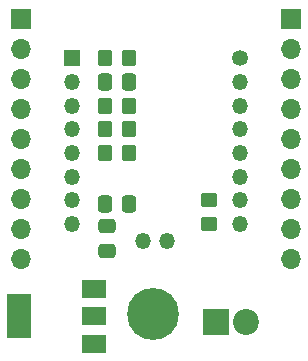
<source format=gts>
G04 #@! TF.GenerationSoftware,KiCad,Pcbnew,(6.0.2)*
G04 #@! TF.CreationDate,2022-09-29T23:54:57+02:00*
G04 #@! TF.ProjectId,ESPBreakoutBoard-Min-Cutout,45535042-7265-4616-9b6f-7574426f6172,rev?*
G04 #@! TF.SameCoordinates,Original*
G04 #@! TF.FileFunction,Soldermask,Top*
G04 #@! TF.FilePolarity,Negative*
%FSLAX46Y46*%
G04 Gerber Fmt 4.6, Leading zero omitted, Abs format (unit mm)*
G04 Created by KiCad (PCBNEW (6.0.2)) date 2022-09-29 23:54:57*
%MOMM*%
%LPD*%
G01*
G04 APERTURE LIST*
G04 Aperture macros list*
%AMRoundRect*
0 Rectangle with rounded corners*
0 $1 Rounding radius*
0 $2 $3 $4 $5 $6 $7 $8 $9 X,Y pos of 4 corners*
0 Add a 4 corners polygon primitive as box body*
4,1,4,$2,$3,$4,$5,$6,$7,$8,$9,$2,$3,0*
0 Add four circle primitives for the rounded corners*
1,1,$1+$1,$2,$3*
1,1,$1+$1,$4,$5*
1,1,$1+$1,$6,$7*
1,1,$1+$1,$8,$9*
0 Add four rect primitives between the rounded corners*
20,1,$1+$1,$2,$3,$4,$5,0*
20,1,$1+$1,$4,$5,$6,$7,0*
20,1,$1+$1,$6,$7,$8,$9,0*
20,1,$1+$1,$8,$9,$2,$3,0*%
G04 Aperture macros list end*
%ADD10RoundRect,0.250000X-0.337500X-0.475000X0.337500X-0.475000X0.337500X0.475000X-0.337500X0.475000X0*%
%ADD11RoundRect,0.249999X-0.450001X0.350001X-0.450001X-0.350001X0.450001X-0.350001X0.450001X0.350001X0*%
%ADD12RoundRect,0.249999X-0.350001X-0.450001X0.350001X-0.450001X0.350001X0.450001X-0.350001X0.450001X0*%
%ADD13RoundRect,0.249999X0.350001X0.450001X-0.350001X0.450001X-0.350001X-0.450001X0.350001X-0.450001X0*%
%ADD14R,2.000000X1.500000*%
%ADD15R,2.000000X3.800000*%
%ADD16R,2.200000X2.200000*%
%ADD17C,2.200000*%
%ADD18RoundRect,0.250275X0.474725X-0.337225X0.474725X0.337225X-0.474725X0.337225X-0.474725X-0.337225X0*%
%ADD19RoundRect,0.250000X0.475000X-0.337500X0.475000X0.337500X-0.475000X0.337500X-0.475000X-0.337500X0*%
%ADD20R,1.350000X1.350000*%
%ADD21O,1.350000X1.350000*%
%ADD22C,1.350000*%
%ADD23R,1.700000X1.700000*%
%ADD24O,1.700000X1.700000*%
%ADD25C,0.700000*%
%ADD26C,4.400000*%
G04 APERTURE END LIST*
D10*
X145762500Y-83150000D03*
X147837500Y-83150000D03*
X145762500Y-72800000D03*
X147837500Y-72800000D03*
D11*
X154600000Y-82800000D03*
X154600000Y-84800000D03*
D12*
X145800000Y-70800000D03*
X147800000Y-70800000D03*
X145800000Y-74800000D03*
X147800000Y-74800000D03*
D13*
X147800000Y-78800000D03*
X145800000Y-78800000D03*
X147800000Y-76800000D03*
X145800000Y-76800000D03*
D14*
X144800000Y-94942932D03*
D15*
X138500000Y-92642932D03*
D14*
X144800000Y-92642932D03*
X144800000Y-90342932D03*
D16*
X155200000Y-93100000D03*
D17*
X157740000Y-93100000D03*
D18*
X145900000Y-87087500D03*
D19*
X145900000Y-85012500D03*
D20*
X143000000Y-70800000D03*
D21*
X143000000Y-72800000D03*
X143000000Y-74800000D03*
X143000000Y-76800000D03*
X143000000Y-78800000D03*
X143000000Y-80800000D03*
X143000000Y-82800000D03*
X143000000Y-84800000D03*
X149000000Y-86300000D03*
X151000000Y-86300000D03*
X157200000Y-84800000D03*
X157200000Y-82800000D03*
X157200000Y-80800000D03*
X157200000Y-78800000D03*
X157200000Y-76800000D03*
X157200000Y-74800000D03*
X157200000Y-72800000D03*
D22*
X157200000Y-70800000D03*
D23*
X138620000Y-67450000D03*
D24*
X138620000Y-69990000D03*
X138620000Y-72530000D03*
X138620000Y-75070000D03*
X138620000Y-77610000D03*
X138620000Y-80150000D03*
X138620000Y-82690000D03*
X138620000Y-85230000D03*
X138620000Y-87770000D03*
D23*
X161480000Y-67450000D03*
D24*
X161480000Y-69990000D03*
X161480000Y-72530000D03*
X161480000Y-75070000D03*
X161480000Y-77610000D03*
X161480000Y-80150000D03*
X161480000Y-82690000D03*
X161480000Y-85230000D03*
X161480000Y-87770000D03*
D25*
X150966726Y-93606726D03*
X151450000Y-92440000D03*
X148633274Y-93606726D03*
X150966726Y-91273274D03*
X148150000Y-92440000D03*
X149800000Y-94090000D03*
X148633274Y-91273274D03*
X149800000Y-90790000D03*
D26*
X149800000Y-92440000D03*
M02*

</source>
